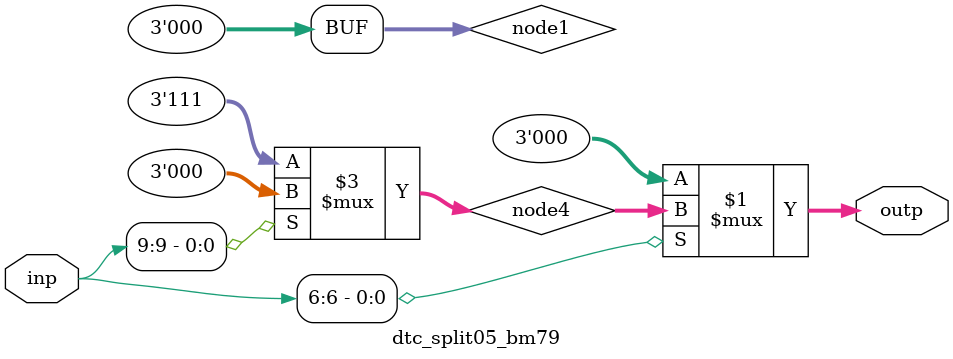
<source format=v>
module dtc_split05_bm79 (
	input  wire [12-1:0] inp,
	output wire [3-1:0] outp
);

	wire [3-1:0] node1;
	wire [3-1:0] node4;

	assign outp = (inp[6]) ? node4 : node1;
		assign node1 = (inp[0]) ? 3'b000 : 3'b000;
		assign node4 = (inp[9]) ? 3'b000 : 3'b111;

endmodule
</source>
